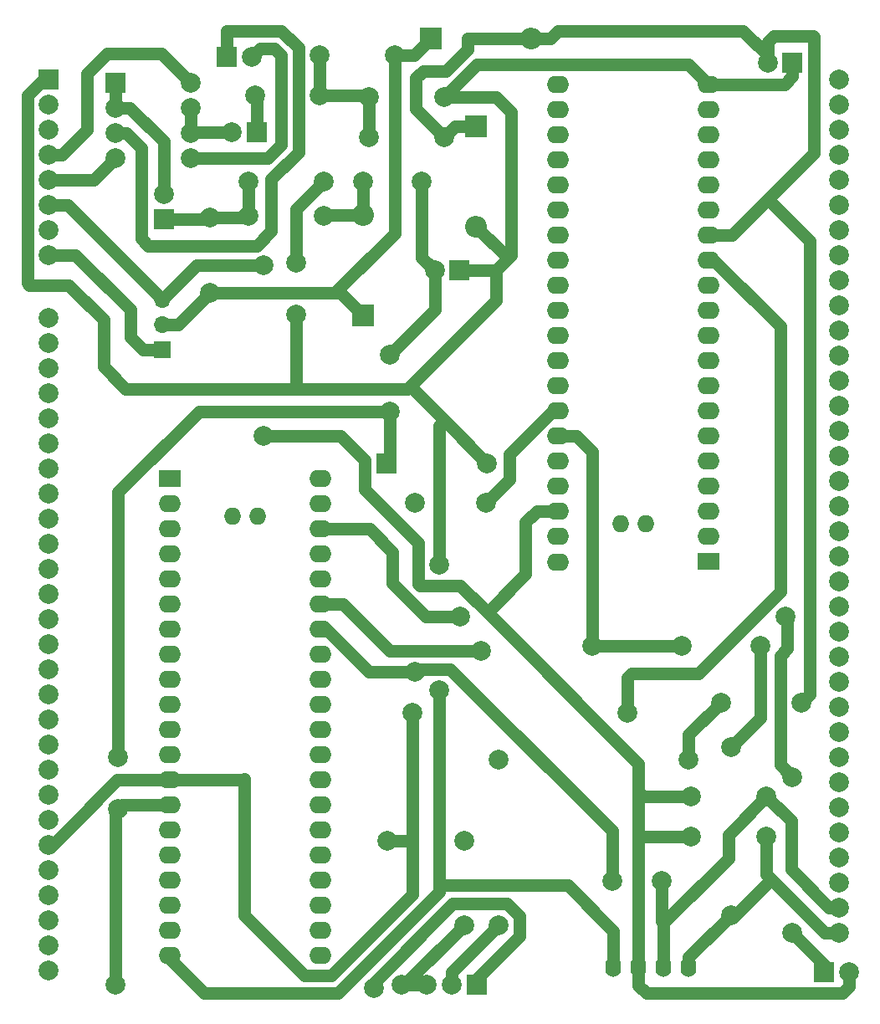
<source format=gbr>
%TF.GenerationSoftware,KiCad,Pcbnew,7.0.5-7.0.5~ubuntu20.04.1*%
%TF.CreationDate,2023-07-26T11:56:10-03:00*%
%TF.ProjectId,condicionamento_BIA_v01,636f6e64-6963-4696-9f6e-616d656e746f,v01*%
%TF.SameCoordinates,Original*%
%TF.FileFunction,Copper,L2,Bot*%
%TF.FilePolarity,Positive*%
%FSLAX46Y46*%
G04 Gerber Fmt 4.6, Leading zero omitted, Abs format (unit mm)*
G04 Created by KiCad (PCBNEW 7.0.5-7.0.5~ubuntu20.04.1) date 2023-07-26 11:56:10*
%MOMM*%
%LPD*%
G01*
G04 APERTURE LIST*
%TA.AperFunction,ComponentPad*%
%ADD10C,2.000000*%
%TD*%
%TA.AperFunction,ComponentPad*%
%ADD11O,1.600000X2.000000*%
%TD*%
%TA.AperFunction,ComponentPad*%
%ADD12R,2.200000X2.200000*%
%TD*%
%TA.AperFunction,ComponentPad*%
%ADD13O,2.200000X2.200000*%
%TD*%
%TA.AperFunction,ComponentPad*%
%ADD14R,2.000000X2.000000*%
%TD*%
%TA.AperFunction,ComponentPad*%
%ADD15R,2.250000X1.727200*%
%TD*%
%TA.AperFunction,ComponentPad*%
%ADD16O,2.250000X1.727200*%
%TD*%
%TA.AperFunction,ComponentPad*%
%ADD17O,1.727200X1.727200*%
%TD*%
%TA.AperFunction,ComponentPad*%
%ADD18R,1.700000X1.700000*%
%TD*%
%TA.AperFunction,ComponentPad*%
%ADD19O,1.700000X1.700000*%
%TD*%
%TA.AperFunction,ViaPad*%
%ADD20C,2.000000*%
%TD*%
%TA.AperFunction,Conductor*%
%ADD21C,1.270000*%
%TD*%
G04 APERTURE END LIST*
D10*
%TO.P,R5,1*%
%TO.N,n\u00F34*%
X126030000Y-56650000D03*
%TO.P,R5,2*%
%TO.N,Earth*%
X133650000Y-56650000D03*
%TD*%
D11*
%TO.P,Brd1,1,GND*%
%TO.N,Earth*%
X150780000Y-144700000D03*
%TO.P,Brd1,2,VCC*%
%TO.N,+5V*%
X153320000Y-144700000D03*
%TO.P,Brd1,3,SCL*%
%TO.N,SCL1*%
X155860000Y-144700000D03*
%TO.P,Brd1,4,SDA*%
%TO.N,SDA1*%
X158400000Y-144700000D03*
%TD*%
D10*
%TO.P,R2,1*%
%TO.N,n\u00F32*%
X113840000Y-65200000D03*
%TO.P,R2,2*%
%TO.N,Earth*%
X121460000Y-65200000D03*
%TD*%
%TO.P,R3,1*%
%TO.N,n\u00F32*%
X113840000Y-68700000D03*
%TO.P,R3,2*%
%TO.N,Amp_E1*%
X121460000Y-68700000D03*
%TD*%
D12*
%TO.P,D3,1,K*%
%TO.N,Vref*%
X132320000Y-50700000D03*
D13*
%TO.P,D3,2,A*%
%TO.N,Amp_E2*%
X142480000Y-50700000D03*
%TD*%
D14*
%TO.P,J6,1,Pin_1*%
%TO.N,Net-(J6-Pin_1)*%
X172125000Y-145200000D03*
D10*
%TO.P,J6,2,Pin_2*%
%TO.N,+5V*%
X174665000Y-145200000D03*
%TD*%
D12*
%TO.P,D4,1,K*%
%TO.N,Amp_E2*%
X136900000Y-59620000D03*
D13*
%TO.P,D4,2,A*%
%TO.N,Earth*%
X136900000Y-69780000D03*
%TD*%
D10*
%TO.P,J4,1,Pin_1*%
%TO.N,SINC*%
X173590000Y-54850000D03*
%TO.P,J4,2,Pin_2*%
%TO.N,SPI_COPI*%
X173590000Y-57390000D03*
%TO.P,J4,3,Pin_3*%
%TO.N,SPI_CIPO*%
X173590000Y-59930000D03*
%TO.P,J4,4,Pin_4*%
%TO.N,SPI_clk*%
X173590000Y-62470000D03*
%TO.P,J4,5,Pin_5*%
%TO.N,CS (AD9833)*%
X173590000Y-65010000D03*
%TO.P,J4,6,Pin_6*%
%TO.N,CS (X9c10x)*%
X173590000Y-67550000D03*
%TO.P,J4,7,Pin_7*%
%TO.N,unconnected-(J4-Pin_7-Pad7)*%
X173590000Y-70090000D03*
%TO.P,J4,8,Pin_8*%
%TO.N,unconnected-(J4-Pin_8-Pad8)*%
X173590000Y-72630000D03*
%TO.P,J4,9,Pin_9*%
%TO.N,unconnected-(J4-Pin_9-Pad9)*%
X173590000Y-75170000D03*
%TO.P,J4,10,Pin_10*%
%TO.N,unconnected-(J4-Pin_10-Pad10)*%
X173590000Y-77710000D03*
%TO.P,J4,11,Pin_11*%
%TO.N,unconnected-(J4-Pin_11-Pad11)*%
X173590000Y-80250000D03*
%TO.P,J4,12,Pin_12*%
%TO.N,unconnected-(J4-Pin_12-Pad12)*%
X173590000Y-82790000D03*
%TO.P,J4,13,Pin_13*%
%TO.N,unconnected-(J4-Pin_13-Pad13)*%
X173590000Y-85330000D03*
%TO.P,J4,14,Pin_14*%
%TO.N,unconnected-(J4-Pin_14-Pad14)*%
X173590000Y-87870000D03*
%TO.P,J4,15,Pin_15*%
%TO.N,unconnected-(J4-Pin_15-Pad15)*%
X173590000Y-90410000D03*
%TO.P,J4,16,Pin_16*%
%TO.N,unconnected-(J4-Pin_16-Pad16)*%
X173590000Y-92950000D03*
%TO.P,J4,17,Pin_17*%
%TO.N,unconnected-(J4-Pin_17-Pad17)*%
X173590000Y-95490000D03*
%TO.P,J4,18,Pin_18*%
%TO.N,unconnected-(J4-Pin_18-Pad18)*%
X173590000Y-98030000D03*
%TO.P,J4,19,Pin_19*%
%TO.N,unconnected-(J4-Pin_19-Pad19)*%
X173590000Y-100570000D03*
%TO.P,J4,20,Pin_20*%
%TO.N,unconnected-(J4-Pin_20-Pad20)*%
X173590000Y-103110000D03*
%TO.P,J4,21,Pin_21*%
%TO.N,unconnected-(J4-Pin_21-Pad21)*%
X173590000Y-105650000D03*
%TO.P,J4,22,Pin_22*%
%TO.N,unconnected-(J4-Pin_22-Pad22)*%
X173590000Y-108190000D03*
%TO.P,J4,23,Pin_23*%
%TO.N,unconnected-(J4-Pin_23-Pad23)*%
X173590000Y-110730000D03*
%TO.P,J4,24,Pin_24*%
%TO.N,unconnected-(J4-Pin_24-Pad24)*%
X173590000Y-113270000D03*
%TO.P,J4,25,Pin_25*%
%TO.N,unconnected-(J4-Pin_25-Pad25)*%
X173590000Y-115810000D03*
%TO.P,J4,26,Pin_26*%
%TO.N,unconnected-(J4-Pin_26-Pad26)*%
X173590000Y-118350000D03*
%TO.P,J4,27,Pin_27*%
%TO.N,unconnected-(J4-Pin_27-Pad27)*%
X173590000Y-120890000D03*
%TO.P,J4,28,Pin_28*%
%TO.N,unconnected-(J4-Pin_28-Pad28)*%
X173590000Y-123430000D03*
%TO.P,J4,29,Pin_29*%
%TO.N,unconnected-(J4-Pin_29-Pad29)*%
X173590000Y-125970000D03*
%TO.P,J4,30,Pin_30*%
%TO.N,SCL3*%
X173590000Y-128510000D03*
%TO.P,J4,31,Pin_31*%
%TO.N,SDA3*%
X173590000Y-131050000D03*
%TO.P,J4,32,Pin_32*%
%TO.N,SCL2*%
X173590000Y-133590000D03*
%TO.P,J4,33,Pin_33*%
%TO.N,SDA2*%
X173590000Y-136130000D03*
%TO.P,J4,34,Pin_34*%
%TO.N,SCL1*%
X173590000Y-138670000D03*
%TO.P,J4,35,Pin_35*%
%TO.N,SDA1*%
X173590000Y-141210000D03*
%TD*%
D14*
%TO.P,J7,1,Pin_1*%
%TO.N,E1*%
X111625000Y-52575000D03*
D10*
%TO.P,J7,2,Pin_2*%
%TO.N,E2*%
X114165000Y-52575000D03*
%TD*%
D12*
%TO.P,D1,1,K*%
%TO.N,Vref*%
X125400000Y-78780000D03*
D13*
%TO.P,D1,2,A*%
%TO.N,Amp_E1*%
X125400000Y-68620000D03*
%TD*%
D15*
%TO.P,U2,1,VBAT*%
%TO.N,unconnected-(U2-VBAT-Pad1)*%
X160400000Y-103640000D03*
D16*
%TO.P,U2,2,PC13_LED*%
%TO.N,unconnected-(U2-PC13_LED-Pad2)*%
X160400000Y-101100000D03*
%TO.P,U2,3,PC14*%
%TO.N,unconnected-(U2-PC14-Pad3)*%
X160400000Y-98560000D03*
%TO.P,U2,4,PC15*%
%TO.N,unconnected-(U2-PC15-Pad4)*%
X160400000Y-96020000D03*
%TO.P,U2,5,PA0*%
%TO.N,unconnected-(U2-PA0-Pad5)*%
X160400000Y-93480000D03*
%TO.P,U2,6,PA1*%
%TO.N,unconnected-(U2-PA1-Pad6)*%
X160400000Y-90940000D03*
%TO.P,U2,7,PA2_TX2*%
%TO.N,unconnected-(U2-PA2_TX2-Pad7)*%
X160400000Y-88400000D03*
%TO.P,U2,8,PA3_RX2*%
%TO.N,unconnected-(U2-PA3_RX2-Pad8)*%
X160400000Y-85860000D03*
%TO.P,U2,9,PA4*%
%TO.N,unconnected-(U2-PA4-Pad9)*%
X160400000Y-83320000D03*
%TO.P,U2,10,PA5_SCK1*%
%TO.N,unconnected-(U2-PA5_SCK1-Pad10)*%
X160400000Y-80780000D03*
%TO.P,U2,11,PA6_MISO1*%
%TO.N,unconnected-(U2-PA6_MISO1-Pad11)*%
X160400000Y-78240000D03*
%TO.P,U2,12,PA7_MOSI1*%
%TO.N,unconnected-(U2-PA7_MOSI1-Pad12)*%
X160400000Y-75700000D03*
%TO.P,U2,13,PB0*%
%TO.N,AmpI1*%
X160400000Y-73160000D03*
%TO.P,U2,14,PB1*%
%TO.N,Amp_E2*%
X160400000Y-70620000D03*
%TO.P,U2,15,PB10_SCL2*%
%TO.N,unconnected-(U2-PB10_SCL2-Pad15)*%
X160400000Y-68080000D03*
%TO.P,U2,16,PB11_SDA2*%
%TO.N,unconnected-(U2-PB11_SDA2-Pad16)*%
X160400000Y-65540000D03*
%TO.P,U2,17,NRST*%
%TO.N,unconnected-(U2-NRST-Pad17)*%
X160400000Y-63000000D03*
%TO.P,U2,18,VCC3V3*%
%TO.N,unconnected-(U2-VCC3V3-Pad18)*%
X160400000Y-60460000D03*
%TO.P,U2,19,GND*%
%TO.N,unconnected-(U2-GND-Pad19)*%
X160400000Y-57920000D03*
%TO.P,U2,20,GND*%
%TO.N,Earth*%
X160400000Y-55380000D03*
%TO.P,U2,21,PB12*%
%TO.N,unconnected-(U2-PB12-Pad21)*%
X145160000Y-55380000D03*
%TO.P,U2,22,PB13_SCK2*%
%TO.N,unconnected-(U2-PB13_SCK2-Pad22)*%
X145160000Y-57920000D03*
%TO.P,U2,23,PB14_MISO2*%
%TO.N,unconnected-(U2-PB14_MISO2-Pad23)*%
X145160000Y-60460000D03*
%TO.P,U2,24,PB15_MOSI2*%
%TO.N,unconnected-(U2-PB15_MOSI2-Pad24)*%
X145160000Y-63000000D03*
%TO.P,U2,25,PA8*%
%TO.N,unconnected-(U2-PA8-Pad25)*%
X145160000Y-65540000D03*
%TO.P,U2,26,PA9_TX1*%
%TO.N,unconnected-(U2-PA9_TX1-Pad26)*%
X145160000Y-68080000D03*
%TO.P,U2,27,PA10_RX1*%
%TO.N,unconnected-(U2-PA10_RX1-Pad27)*%
X145160000Y-70620000D03*
%TO.P,U2,28,PA11_USB_D-*%
%TO.N,unconnected-(U2-PA11_USB_D--Pad28)*%
X145160000Y-73160000D03*
%TO.P,U2,29,PA12_USBD+*%
%TO.N,unconnected-(U2-PA12_USBD+-Pad29)*%
X145160000Y-75700000D03*
%TO.P,U2,30,PA15*%
%TO.N,unconnected-(U2-PA15-Pad30)*%
X145160000Y-78240000D03*
%TO.P,U2,31,PB3*%
%TO.N,unconnected-(U2-PB3-Pad31)*%
X145160000Y-80780000D03*
%TO.P,U2,32,PB4*%
%TO.N,unconnected-(U2-PB4-Pad32)*%
X145160000Y-83320000D03*
%TO.P,U2,33,PB5*%
%TO.N,unconnected-(U2-PB5-Pad33)*%
X145160000Y-85860000D03*
%TO.P,U2,34,PB6_SCL1*%
%TO.N,SCL1*%
X145160000Y-88400000D03*
%TO.P,U2,35,PB7_SDA1*%
%TO.N,SDA1*%
X145160000Y-90940000D03*
%TO.P,U2,36,PB8*%
%TO.N,unconnected-(U2-PB8-Pad36)*%
X145160000Y-93480000D03*
%TO.P,U2,37,PB9*%
%TO.N,unconnected-(U2-PB9-Pad37)*%
X145160000Y-96020000D03*
%TO.P,U2,38,5V_USB*%
%TO.N,+5V*%
X145160000Y-98560000D03*
%TO.P,U2,39,GND*%
%TO.N,unconnected-(U2-GND-Pad39)*%
X145160000Y-101100000D03*
%TO.P,U2,40,VCC3V3*%
%TO.N,unconnected-(U2-VCC3V3-Pad40)*%
X145160000Y-103690800D03*
D17*
%TO.P,U2,41,PA14_SWCLK*%
%TO.N,unconnected-(U2-PA14_SWCLK-Pad41)*%
X151500000Y-99830000D03*
%TO.P,U2,42,PA13_SWDIO*%
%TO.N,unconnected-(U2-PA13_SWDIO-Pad42)*%
X154040000Y-99830000D03*
%TD*%
D10*
%TO.P,pullupsda1,1*%
%TO.N,SDA1*%
X166270000Y-131500000D03*
%TO.P,pullupsda1,2*%
%TO.N,+5V*%
X158650000Y-131500000D03*
%TD*%
%TO.P,C3,1*%
%TO.N,n\u00F33*%
X112150000Y-60200000D03*
D14*
%TO.P,C3,2*%
%TO.N,n\u00F34*%
X114650000Y-60200000D03*
%TD*%
%TO.P,J2,1,Pin_1*%
%TO.N,Earth*%
X93580000Y-54850000D03*
D10*
%TO.P,J2,2,Pin_2*%
%TO.N,VCC*%
X93580000Y-57390000D03*
%TO.P,J2,3,Pin_3*%
%TO.N,VEE*%
X93580000Y-59930000D03*
%TO.P,J2,4,Pin_4*%
%TO.N,+9V*%
X93580000Y-62470000D03*
%TO.P,J2,5,Pin_5*%
%TO.N,-9V*%
X93580000Y-65010000D03*
%TO.P,J2,6,Pin_6*%
%TO.N,+5V*%
X93580000Y-67550000D03*
%TO.P,J2,7,Pin_7*%
%TO.N,-5V*%
X93580000Y-70090000D03*
%TO.P,J2,8,Pin_8*%
%TO.N,+3.3V*%
X93580000Y-72630000D03*
%TD*%
%TO.P,J3,1,Pin_1*%
%TO.N,unconnected-(J3-Pin_1-Pad1)*%
X93580000Y-78980000D03*
%TO.P,J3,2,Pin_2*%
%TO.N,unconnected-(J3-Pin_2-Pad2)*%
X93580000Y-81520000D03*
%TO.P,J3,3,Pin_3*%
%TO.N,unconnected-(J3-Pin_3-Pad3)*%
X93580000Y-84060000D03*
%TO.P,J3,4,Pin_4*%
%TO.N,unconnected-(J3-Pin_4-Pad4)*%
X93580000Y-86600000D03*
%TO.P,J3,5,Pin_5*%
%TO.N,unconnected-(J3-Pin_5-Pad5)*%
X93580000Y-89140000D03*
%TO.P,J3,6,Pin_6*%
%TO.N,unconnected-(J3-Pin_6-Pad6)*%
X93580000Y-91680000D03*
%TO.P,J3,7,Pin_7*%
%TO.N,unconnected-(J3-Pin_7-Pad7)*%
X93580000Y-94220000D03*
%TO.P,J3,8,Pin_8*%
%TO.N,unconnected-(J3-Pin_8-Pad8)*%
X93580000Y-96760000D03*
%TO.P,J3,9,Pin_9*%
%TO.N,unconnected-(J3-Pin_9-Pad9)*%
X93580000Y-99300000D03*
%TO.P,J3,10,Pin_10*%
%TO.N,unconnected-(J3-Pin_10-Pad10)*%
X93580000Y-101840000D03*
%TO.P,J3,11,Pin_11*%
%TO.N,unconnected-(J3-Pin_11-Pad11)*%
X93580000Y-104380000D03*
%TO.P,J3,12,Pin_12*%
%TO.N,unconnected-(J3-Pin_12-Pad12)*%
X93580000Y-106920000D03*
%TO.P,J3,13,Pin_13*%
%TO.N,unconnected-(J3-Pin_13-Pad13)*%
X93580000Y-109460000D03*
%TO.P,J3,14,Pin_14*%
%TO.N,unconnected-(J3-Pin_14-Pad14)*%
X93580000Y-112000000D03*
%TO.P,J3,15,Pin_15*%
%TO.N,unconnected-(J3-Pin_15-Pad15)*%
X93580000Y-114540000D03*
%TO.P,J3,16,Pin_16*%
%TO.N,unconnected-(J3-Pin_16-Pad16)*%
X93580000Y-117080000D03*
%TO.P,J3,17,Pin_17*%
%TO.N,unconnected-(J3-Pin_17-Pad17)*%
X93580000Y-119620000D03*
%TO.P,J3,18,Pin_18*%
%TO.N,unconnected-(J3-Pin_18-Pad18)*%
X93580000Y-122160000D03*
%TO.P,J3,19,Pin_19*%
%TO.N,unconnected-(J3-Pin_19-Pad19)*%
X93580000Y-124700000D03*
%TO.P,J3,20,Pin_20*%
%TO.N,I1*%
X93580000Y-127240000D03*
%TO.P,J3,21,Pin_21*%
%TO.N,I2*%
X93580000Y-129780000D03*
%TO.P,J3,22,Pin_22*%
%TO.N,AmpI1*%
X93580000Y-132320000D03*
%TO.P,J3,23,Pin_23*%
%TO.N,AmpI2*%
X93580000Y-134860000D03*
%TO.P,J3,24,Pin_24*%
%TO.N,Sin1*%
X93580000Y-137400000D03*
%TO.P,J3,25,Pin_25*%
%TO.N,Sin2*%
X93580000Y-139940000D03*
%TO.P,J3,26,Pin_26*%
%TO.N,SinA*%
X93580000Y-142480000D03*
%TO.P,J3,27,Pin_27*%
%TO.N,SinB*%
X93580000Y-145020000D03*
%TD*%
D14*
%TO.P,J5,1,Pin_1*%
%TO.N,Amp_E1*%
X136950000Y-146500000D03*
D10*
%TO.P,J5,2,Pin_2*%
%TO.N,Amp_E2*%
X134410000Y-146500000D03*
%TO.P,J5,3,Pin_3*%
%TO.N,AmpI1*%
X131870000Y-146500000D03*
%TO.P,J5,4,Pin_4*%
X129330000Y-146500000D03*
%TD*%
D14*
%TO.P,U1,1,OUT1*%
%TO.N,n\u00F31*%
X100400000Y-55200000D03*
D10*
%TO.P,U1,2,-IN1*%
X100400000Y-57740000D03*
%TO.P,U1,3,+IN1*%
%TO.N,E1*%
X100400000Y-60280000D03*
%TO.P,U1,4,V-*%
%TO.N,-9V*%
X100400000Y-62820000D03*
%TO.P,U1,5,+IN2*%
%TO.N,E2*%
X108020000Y-62820000D03*
%TO.P,U1,6,-IN2*%
%TO.N,n\u00F33*%
X108020000Y-60280000D03*
%TO.P,U1,7,OUT2*%
X108020000Y-57740000D03*
%TO.P,U1,8,V+*%
%TO.N,+9V*%
X108020000Y-55200000D03*
%TD*%
%TO.P,R1,1*%
%TO.N,Vref*%
X109900000Y-76510000D03*
%TO.P,R1,2*%
%TO.N,n\u00F32*%
X109900000Y-68890000D03*
%TD*%
D14*
%TO.P,D2,1,K*%
%TO.N,Amp_E1*%
X127820000Y-93700000D03*
D10*
%TO.P,D2,2,A*%
%TO.N,Earth*%
X137980000Y-93700000D03*
%TD*%
D15*
%TO.P,U3,1,VBAT*%
%TO.N,unconnected-(U3-VBAT-Pad1)*%
X105900000Y-95289200D03*
D16*
%TO.P,U3,2,PC13_LED*%
%TO.N,unconnected-(U3-PC13_LED-Pad2)*%
X105900000Y-97829200D03*
%TO.P,U3,3,PC14*%
%TO.N,unconnected-(U3-PC14-Pad3)*%
X105900000Y-100369200D03*
%TO.P,U3,4,PC15*%
%TO.N,unconnected-(U3-PC15-Pad4)*%
X105900000Y-102909200D03*
%TO.P,U3,5,PA0*%
%TO.N,unconnected-(U3-PA0-Pad5)*%
X105900000Y-105449200D03*
%TO.P,U3,6,PA1*%
%TO.N,unconnected-(U3-PA1-Pad6)*%
X105900000Y-107989200D03*
%TO.P,U3,7,PA2_TX2*%
%TO.N,unconnected-(U3-PA2_TX2-Pad7)*%
X105900000Y-110529200D03*
%TO.P,U3,8,PA3_RX2*%
%TO.N,unconnected-(U3-PA3_RX2-Pad8)*%
X105900000Y-113069200D03*
%TO.P,U3,9,PA4*%
%TO.N,unconnected-(U3-PA4-Pad9)*%
X105900000Y-115609200D03*
%TO.P,U3,10,PA5_SCK1*%
%TO.N,unconnected-(U3-PA5_SCK1-Pad10)*%
X105900000Y-118149200D03*
%TO.P,U3,11,PA6_MISO1*%
%TO.N,unconnected-(U3-PA6_MISO1-Pad11)*%
X105900000Y-120689200D03*
%TO.P,U3,12,PA7_MOSI1*%
%TO.N,unconnected-(U3-PA7_MOSI1-Pad12)*%
X105900000Y-123229200D03*
%TO.P,U3,13,PB0*%
%TO.N,AmpI1*%
X105900000Y-125769200D03*
%TO.P,U3,14,PB1*%
%TO.N,Amp_E1*%
X105900000Y-128309200D03*
%TO.P,U3,15,PB10_SCL2*%
%TO.N,unconnected-(U3-PB10_SCL2-Pad15)*%
X105900000Y-130849200D03*
%TO.P,U3,16,PB11_SDA2*%
%TO.N,unconnected-(U3-PB11_SDA2-Pad16)*%
X105900000Y-133389200D03*
%TO.P,U3,17,NRST*%
%TO.N,unconnected-(U3-NRST-Pad17)*%
X105900000Y-135929200D03*
%TO.P,U3,18,VCC3V3*%
%TO.N,unconnected-(U3-VCC3V3-Pad18)*%
X105900000Y-138469200D03*
%TO.P,U3,19,GND*%
%TO.N,unconnected-(U3-GND-Pad19)*%
X105900000Y-141009200D03*
%TO.P,U3,20,GND*%
%TO.N,Earth*%
X105900000Y-143549200D03*
%TO.P,U3,21,PB12*%
%TO.N,unconnected-(U3-PB12-Pad21)*%
X121140000Y-143549200D03*
%TO.P,U3,22,PB13_SCK2*%
%TO.N,unconnected-(U3-PB13_SCK2-Pad22)*%
X121140000Y-141009200D03*
%TO.P,U3,23,PB14_MISO2*%
%TO.N,unconnected-(U3-PB14_MISO2-Pad23)*%
X121140000Y-138469200D03*
%TO.P,U3,24,PB15_MOSI2*%
%TO.N,unconnected-(U3-PB15_MOSI2-Pad24)*%
X121140000Y-135929200D03*
%TO.P,U3,25,PA8*%
%TO.N,unconnected-(U3-PA8-Pad25)*%
X121140000Y-133389200D03*
%TO.P,U3,26,PA9_TX1*%
%TO.N,unconnected-(U3-PA9_TX1-Pad26)*%
X121140000Y-130849200D03*
%TO.P,U3,27,PA10_RX1*%
%TO.N,unconnected-(U3-PA10_RX1-Pad27)*%
X121140000Y-128309200D03*
%TO.P,U3,28,PA11_USB_D-*%
%TO.N,unconnected-(U3-PA11_USB_D--Pad28)*%
X121140000Y-125769200D03*
%TO.P,U3,29,PA12_USBD+*%
%TO.N,unconnected-(U3-PA12_USBD+-Pad29)*%
X121140000Y-123229200D03*
%TO.P,U3,30,PA15*%
%TO.N,unconnected-(U3-PA15-Pad30)*%
X121140000Y-120689200D03*
%TO.P,U3,31,PB3*%
%TO.N,unconnected-(U3-PB3-Pad31)*%
X121140000Y-118149200D03*
%TO.P,U3,32,PB4*%
%TO.N,unconnected-(U3-PB4-Pad32)*%
X121140000Y-115609200D03*
%TO.P,U3,33,PB5*%
%TO.N,unconnected-(U3-PB5-Pad33)*%
X121140000Y-113069200D03*
%TO.P,U3,34,PB6_SCL1*%
%TO.N,SCL1*%
X121140000Y-110529200D03*
%TO.P,U3,35,PB7_SDA1*%
%TO.N,SDA1*%
X121140000Y-107989200D03*
%TO.P,U3,36,PB8*%
%TO.N,unconnected-(U3-PB8-Pad36)*%
X121140000Y-105449200D03*
%TO.P,U3,37,PB9*%
%TO.N,unconnected-(U3-PB9-Pad37)*%
X121140000Y-102909200D03*
%TO.P,U3,38,5V_USB*%
%TO.N,Net-(J6-Pin_1)*%
X121140000Y-100369200D03*
%TO.P,U3,39,GND*%
%TO.N,unconnected-(U3-GND-Pad39)*%
X121140000Y-97829200D03*
%TO.P,U3,40,VCC3V3*%
%TO.N,unconnected-(U3-VCC3V3-Pad40)*%
X121140000Y-95238400D03*
D17*
%TO.P,U3,41,PA14_SWCLK*%
%TO.N,unconnected-(U3-PA14_SWCLK-Pad41)*%
X114800000Y-99099200D03*
%TO.P,U3,42,PA13_SWDIO*%
%TO.N,unconnected-(U3-PA13_SWDIO-Pad42)*%
X112260000Y-99099200D03*
%TD*%
D10*
%TO.P,R6,1*%
%TO.N,n\u00F34*%
X126030000Y-60700000D03*
%TO.P,R6,2*%
%TO.N,Amp_E2*%
X133650000Y-60700000D03*
%TD*%
D18*
%TO.P,J1,1,Pin_1*%
%TO.N,+3.3V*%
X105150000Y-82200000D03*
D19*
%TO.P,J1,2,Pin_2*%
%TO.N,Vref*%
X105150000Y-79660000D03*
%TO.P,J1,3,Pin_3*%
%TO.N,+5V*%
X105150000Y-77120000D03*
%TD*%
D10*
%TO.P,pullupscl1,1*%
%TO.N,SCL1*%
X166270000Y-127450000D03*
%TO.P,pullupscl1,2*%
%TO.N,+5V*%
X158650000Y-127450000D03*
%TD*%
%TO.P,R4,1*%
%TO.N,Vref*%
X128650000Y-52450000D03*
%TO.P,R4,2*%
%TO.N,n\u00F34*%
X121030000Y-52450000D03*
%TD*%
%TO.P,C4,1*%
%TO.N,Amp_E2*%
X166400000Y-53200000D03*
D14*
%TO.P,C4,2*%
%TO.N,Earth*%
X168900000Y-53200000D03*
%TD*%
D10*
%TO.P,C2,1*%
%TO.N,Amp_E1*%
X132694888Y-74200000D03*
D14*
%TO.P,C2,2*%
%TO.N,Earth*%
X135194888Y-74200000D03*
%TD*%
D10*
%TO.P,C1,1*%
%TO.N,n\u00F31*%
X105250000Y-66494888D03*
D14*
%TO.P,C1,2*%
%TO.N,n\u00F32*%
X105250000Y-68994888D03*
%TD*%
D20*
%TO.N,+5V*%
X115400000Y-90950000D03*
X115400000Y-73700000D03*
%TO.N,Earth*%
X133150000Y-116700000D03*
X133150000Y-103950000D03*
X118650000Y-78700000D03*
X118650000Y-73450000D03*
%TO.N,SCL1*%
X150650000Y-135950000D03*
X137900000Y-97700000D03*
X130650000Y-114834500D03*
X130650000Y-97700000D03*
X155650000Y-135950000D03*
%TO.N,SDA1*%
X162650000Y-122450000D03*
X157650000Y-112200000D03*
X137400000Y-112700000D03*
X165650000Y-112200000D03*
X162650000Y-139450000D03*
X148650000Y-112200000D03*
%TO.N,Amp_E1*%
X131400000Y-65200000D03*
X100400000Y-146450000D03*
X125400000Y-65200000D03*
X128150000Y-82700000D03*
X100650000Y-123450000D03*
X100659320Y-128709320D03*
X128150000Y-88450000D03*
X126499423Y-146799422D03*
%TO.N,n\u00F34*%
X114515500Y-56450000D03*
X121034500Y-56450000D03*
%TO.N,Amp_E2*%
X139150000Y-123700000D03*
X169784500Y-117950000D03*
X158400000Y-123700000D03*
X161650000Y-117950000D03*
X139150000Y-140450000D03*
%TO.N,AmpI1*%
X152150000Y-118950000D03*
X135650000Y-140450000D03*
X135650000Y-131950000D03*
X127900000Y-131950000D03*
X130400000Y-118950000D03*
%TO.N,Net-(J6-Pin_1)*%
X168900000Y-125450000D03*
X168900000Y-141200000D03*
X135284500Y-109200000D03*
X168159320Y-109209320D03*
%TD*%
D21*
%TO.N,Amp_E1*%
X136950000Y-146500000D02*
X136950000Y-145900000D01*
X136950000Y-145900000D02*
X141285000Y-141565000D01*
%TO.N,Amp_E2*%
X134410000Y-146500000D02*
X134410000Y-145190000D01*
X134410000Y-145190000D02*
X139150000Y-140450000D01*
%TO.N,AmpI1*%
X129330000Y-146500000D02*
X129600000Y-146500000D01*
X129600000Y-146500000D02*
X135650000Y-140450000D01*
X131870000Y-146500000D02*
X129330000Y-146500000D01*
%TO.N,E2*%
X108020000Y-62820000D02*
X115776842Y-62820000D01*
X115776842Y-62820000D02*
X117125000Y-61471842D01*
X117125000Y-61471842D02*
X117125000Y-52428158D01*
X117125000Y-52428158D02*
X116441842Y-51745000D01*
X116441842Y-51745000D02*
X114995000Y-51745000D01*
X114995000Y-51745000D02*
X114165000Y-52575000D01*
%TO.N,Amp_E2*%
X133650000Y-60700000D02*
X130750000Y-57800000D01*
X131500000Y-54000000D02*
X133796842Y-54000000D01*
X136000000Y-50750000D02*
X136050000Y-50700000D01*
X130750000Y-57800000D02*
X130750000Y-54750000D01*
X130750000Y-54750000D02*
X131500000Y-54000000D01*
X133796842Y-54000000D02*
X136000000Y-51796842D01*
X136000000Y-51796842D02*
X136000000Y-50750000D01*
X136050000Y-50700000D02*
X142480000Y-50700000D01*
X171035000Y-62315000D02*
X166400000Y-66950000D01*
X171035000Y-50535000D02*
X171035000Y-62315000D01*
X170956748Y-50456748D02*
X171035000Y-50535000D01*
X167043252Y-50456748D02*
X170956748Y-50456748D01*
X166400000Y-51100000D02*
X167043252Y-50456748D01*
X166400000Y-53200000D02*
X166400000Y-51100000D01*
%TO.N,SCL1*%
X166270000Y-127450000D02*
X168750000Y-129930000D01*
X168750000Y-129930000D02*
X168750000Y-134800000D01*
X168750000Y-134800000D02*
X172620000Y-138670000D01*
X172620000Y-138670000D02*
X173590000Y-138670000D01*
%TO.N,+5V*%
X174665000Y-145200000D02*
X174665000Y-146630000D01*
X173930200Y-147364800D02*
X154114800Y-147364800D01*
X174665000Y-146630000D02*
X173930200Y-147364800D01*
X154114800Y-147364800D02*
X153320000Y-146570000D01*
X153320000Y-146570000D02*
X153320000Y-144700000D01*
%TO.N,E1*%
X100400000Y-60280000D02*
X101477630Y-60280000D01*
X101477630Y-60280000D02*
X103000000Y-61802370D01*
X103000000Y-61802370D02*
X103000000Y-71000000D01*
X118895000Y-51695000D02*
X117175000Y-49975000D01*
X103000000Y-71000000D02*
X103700000Y-71700000D01*
X103700000Y-71700000D02*
X114650000Y-71700000D01*
X114650000Y-71700000D02*
X116150000Y-70200000D01*
X117175000Y-49975000D02*
X111625000Y-49975000D01*
X111625000Y-49975000D02*
X111625000Y-52575000D01*
X116150000Y-70200000D02*
X116150000Y-64950000D01*
X116150000Y-64950000D02*
X118895000Y-62205000D01*
X118895000Y-62205000D02*
X118895000Y-51695000D01*
%TO.N,n\u00F32*%
X105250000Y-68994888D02*
X109795112Y-68994888D01*
X109795112Y-68994888D02*
X109900000Y-68890000D01*
%TO.N,n\u00F31*%
X105250000Y-66494888D02*
X105250000Y-61175787D01*
X105250000Y-61175787D02*
X101814213Y-57740000D01*
X101814213Y-57740000D02*
X100400000Y-57740000D01*
%TO.N,+9V*%
X93580000Y-62470000D02*
X94994213Y-62470000D01*
X94994213Y-62470000D02*
X97500000Y-59964213D01*
X97500000Y-59964213D02*
X97500000Y-54306000D01*
X97500000Y-54306000D02*
X99556000Y-52250000D01*
X99556000Y-52250000D02*
X105070000Y-52250000D01*
X105070000Y-52250000D02*
X108020000Y-55200000D01*
%TO.N,-9V*%
X93580000Y-65010000D02*
X98210000Y-65010000D01*
X98210000Y-65010000D02*
X100400000Y-62820000D01*
%TO.N,+5V*%
X153320000Y-126950000D02*
X153320000Y-131700000D01*
X105150000Y-77120000D02*
X108570000Y-73700000D01*
X115400000Y-90950000D02*
X123150000Y-90950000D01*
X153520000Y-131500000D02*
X153320000Y-131700000D01*
X105150000Y-77120000D02*
X95580000Y-67550000D01*
X138025000Y-108825000D02*
X153320000Y-124120000D01*
X138025000Y-108825000D02*
X141900000Y-104950000D01*
X158650000Y-131500000D02*
X153520000Y-131500000D01*
X158650000Y-127450000D02*
X153820000Y-127450000D01*
X131015000Y-105950000D02*
X131150000Y-106085000D01*
X125585000Y-96385000D02*
X131015000Y-101815000D01*
X125585000Y-93385000D02*
X125585000Y-96385000D01*
X153320000Y-124120000D02*
X153320000Y-126950000D01*
X123150000Y-90950000D02*
X125585000Y-93385000D01*
X143040000Y-98560000D02*
X145160000Y-98560000D01*
X141900000Y-104950000D02*
X141900000Y-99700000D01*
X131015000Y-101815000D02*
X131015000Y-105950000D01*
X131150000Y-106085000D02*
X135285000Y-106085000D01*
X145020000Y-98700000D02*
X145160000Y-98560000D01*
X153820000Y-127450000D02*
X153320000Y-126950000D01*
X95580000Y-67550000D02*
X93580000Y-67550000D01*
X135285000Y-106085000D02*
X138025000Y-108825000D01*
X141900000Y-99700000D02*
X143040000Y-98560000D01*
X153320000Y-144700000D02*
X153320000Y-131700000D01*
X108570000Y-73700000D02*
X115400000Y-73700000D01*
%TO.N,+3.3V*%
X101900000Y-78200000D02*
X96330000Y-72630000D01*
X103150000Y-82200000D02*
X101900000Y-80950000D01*
X105150000Y-82200000D02*
X103150000Y-82200000D01*
X101900000Y-80950000D02*
X101900000Y-78200000D01*
X96330000Y-72630000D02*
X93580000Y-72630000D01*
%TO.N,Earth*%
X140400000Y-72700000D02*
X140400000Y-58150000D01*
X138900000Y-74200000D02*
X140400000Y-72700000D01*
X91650000Y-75700000D02*
X95650000Y-75700000D01*
X138900000Y-77200000D02*
X138900000Y-74200000D01*
X118650000Y-86200000D02*
X129900000Y-86200000D01*
X91445000Y-75495000D02*
X91650000Y-75700000D01*
X137980000Y-93700000D02*
X133690000Y-89410000D01*
X133150000Y-136450000D02*
X133150000Y-137130205D01*
X168900000Y-54570000D02*
X168900000Y-53200000D01*
X133150000Y-137130205D02*
X122915405Y-147364800D01*
X138900000Y-56650000D02*
X133650000Y-56650000D01*
X93580000Y-54850000D02*
X93100654Y-54850000D01*
X133150000Y-136450000D02*
X146150000Y-136450000D01*
X99150000Y-79200000D02*
X99150000Y-81700000D01*
X133690000Y-89410000D02*
X130230000Y-85950000D01*
X129900000Y-86200000D02*
X130150000Y-85950000D01*
X118650000Y-68010000D02*
X118650000Y-73450000D01*
X118650000Y-78700000D02*
X118650000Y-86200000D01*
X121460000Y-65200000D02*
X118650000Y-68010000D01*
X95900000Y-75950000D02*
X99150000Y-79200000D01*
X130230000Y-85950000D02*
X130150000Y-85950000D01*
X136918600Y-53381400D02*
X158401400Y-53381400D01*
X139820000Y-72700000D02*
X140400000Y-72700000D01*
X133650000Y-56650000D02*
X136918600Y-53381400D01*
X133150000Y-103950000D02*
X133150000Y-89950000D01*
X135400000Y-80700000D02*
X138900000Y-77200000D01*
X91445000Y-56505654D02*
X91445000Y-75495000D01*
X133150000Y-89950000D02*
X133690000Y-89410000D01*
X130150000Y-85950000D02*
X135400000Y-80700000D01*
X93100654Y-54850000D02*
X91445000Y-56505654D01*
X135194888Y-74200000D02*
X138900000Y-74200000D01*
X168090000Y-55380000D02*
X168900000Y-54570000D01*
X158401400Y-53381400D02*
X160400000Y-55380000D01*
X95650000Y-75700000D02*
X95900000Y-75950000D01*
X101400000Y-86200000D02*
X118650000Y-86200000D01*
X99150000Y-81700000D02*
X99150000Y-83950000D01*
X150780000Y-144700000D02*
X150780000Y-141080000D01*
X136900000Y-69780000D02*
X139820000Y-72700000D01*
X140400000Y-58150000D02*
X138900000Y-56650000D01*
X133150000Y-116700000D02*
X133150000Y-136450000D01*
X99150000Y-83950000D02*
X101400000Y-86200000D01*
X109364800Y-147364800D02*
X105900000Y-143900000D01*
X160400000Y-55380000D02*
X168090000Y-55380000D01*
X146150000Y-136450000D02*
X150780000Y-141080000D01*
X122915405Y-147364800D02*
X109364800Y-147364800D01*
%TO.N,SCL1*%
X126034500Y-114834500D02*
X121729200Y-110529200D01*
X130650000Y-114834500D02*
X130919500Y-114565000D01*
X155650000Y-135950000D02*
X155650000Y-140030000D01*
X144612153Y-88400000D02*
X140215000Y-92797153D01*
X140215000Y-92797153D02*
X140215000Y-95385000D01*
X162400000Y-133700000D02*
X162400000Y-131320000D01*
X150650000Y-130950000D02*
X150650000Y-135950000D01*
X140215000Y-95385000D02*
X137900000Y-97700000D01*
X155860000Y-144700000D02*
X155860000Y-140240000D01*
X162400000Y-131320000D02*
X166270000Y-127450000D01*
X134265000Y-114565000D02*
X150650000Y-130950000D01*
X155650000Y-140030000D02*
X155860000Y-140240000D01*
X130650000Y-114834500D02*
X126034500Y-114834500D01*
X155860000Y-140240000D02*
X162400000Y-133700000D01*
X145160000Y-88400000D02*
X144612153Y-88400000D01*
X130919500Y-114565000D02*
X134265000Y-114565000D01*
X121729200Y-110529200D02*
X121140000Y-110529200D01*
%TO.N,SDA1*%
X128150000Y-112700000D02*
X137400000Y-112700000D01*
X158400000Y-144700000D02*
X158400000Y-143700000D01*
X166782894Y-135817106D02*
X163150000Y-139450000D01*
X158400000Y-143700000D02*
X162650000Y-139450000D01*
X147032200Y-90940000D02*
X145160000Y-90940000D01*
X166270000Y-131500000D02*
X166270000Y-135304213D01*
X165650000Y-112200000D02*
X165650000Y-119450000D01*
X165650000Y-119450000D02*
X162650000Y-122450000D01*
X123439200Y-107989200D02*
X128150000Y-112700000D01*
X166782894Y-135817106D02*
X172175787Y-141210000D01*
X148650000Y-112200000D02*
X157650000Y-112200000D01*
X166270000Y-135304213D02*
X166782894Y-135817106D01*
X148650000Y-92557800D02*
X147032200Y-90940000D01*
X121140000Y-107989200D02*
X123439200Y-107989200D01*
X172175787Y-141210000D02*
X173590000Y-141210000D01*
X148650000Y-112200000D02*
X148650000Y-92557800D01*
X163150000Y-139450000D02*
X162650000Y-139450000D01*
%TO.N,n\u00F31*%
X100400000Y-57740000D02*
X100400000Y-55200000D01*
%TO.N,n\u00F32*%
X113840000Y-68700000D02*
X113840000Y-65200000D01*
X109900000Y-68890000D02*
X113650000Y-68890000D01*
X113650000Y-68890000D02*
X113840000Y-68700000D01*
%TO.N,Amp_E1*%
X134468363Y-138315000D02*
X140034346Y-138315000D01*
X108831400Y-88450000D02*
X128150000Y-88450000D01*
X125400000Y-68620000D02*
X121540000Y-68620000D01*
X125400000Y-68620000D02*
X125400000Y-65200000D01*
X100659320Y-128709320D02*
X100400000Y-128968640D01*
X121540000Y-68620000D02*
X121460000Y-68700000D01*
X128150000Y-88450000D02*
X128150000Y-93370000D01*
X100650000Y-96631400D02*
X108831400Y-88450000D01*
X131400000Y-72905112D02*
X132694888Y-74200000D01*
X126499423Y-146799422D02*
X126499423Y-146283940D01*
X131400000Y-65200000D02*
X131400000Y-72905112D01*
X140034346Y-138315000D02*
X141285000Y-139565654D01*
X100690000Y-128660000D02*
X100650000Y-128700000D01*
X100650000Y-128700000D02*
X100659320Y-128709320D01*
X132694888Y-78155112D02*
X128150000Y-82700000D01*
X100650000Y-123450000D02*
X100650000Y-96631400D01*
X101059440Y-128309200D02*
X100659320Y-128709320D01*
X100400000Y-128968640D02*
X100400000Y-146450000D01*
X132694888Y-74200000D02*
X132694888Y-78155112D01*
X126499423Y-146283940D02*
X134468363Y-138315000D01*
X141285000Y-139565654D02*
X141285000Y-141565000D01*
X105900000Y-128309200D02*
X101059440Y-128309200D01*
X128150000Y-93370000D02*
X127820000Y-93700000D01*
%TO.N,n\u00F33*%
X112150000Y-60200000D02*
X108100000Y-60200000D01*
X108100000Y-60200000D02*
X108020000Y-60280000D01*
X108020000Y-57740000D02*
X108020000Y-60280000D01*
%TO.N,n\u00F34*%
X125830000Y-56450000D02*
X126030000Y-56650000D01*
X121034500Y-52454500D02*
X121030000Y-52450000D01*
X114650000Y-56450000D02*
X114515500Y-56450000D01*
X121034500Y-56450000D02*
X121034500Y-52454500D01*
X114650000Y-60200000D02*
X114650000Y-56450000D01*
X121034500Y-56450000D02*
X125830000Y-56450000D01*
X126030000Y-56650000D02*
X126030000Y-60700000D01*
%TO.N,Amp_E2*%
X166400000Y-53200000D02*
X166400000Y-52450000D01*
X169784500Y-117950000D02*
X170650000Y-117084500D01*
X166400000Y-66950000D02*
X162730000Y-70620000D01*
X163900000Y-49950000D02*
X145150000Y-49950000D01*
X134730000Y-59620000D02*
X133650000Y-60700000D01*
X170650000Y-71200000D02*
X166400000Y-66950000D01*
X170650000Y-117084500D02*
X170650000Y-71200000D01*
X136900000Y-59620000D02*
X134730000Y-59620000D01*
X145150000Y-49950000D02*
X144400000Y-50700000D01*
X166400000Y-52450000D02*
X163900000Y-49950000D01*
X162730000Y-70620000D02*
X160400000Y-70620000D01*
X144400000Y-50700000D02*
X142480000Y-50700000D01*
X158400000Y-123700000D02*
X158400000Y-121200000D01*
X158400000Y-121200000D02*
X161650000Y-117950000D01*
%TO.N,Vref*%
X109900000Y-76510000D02*
X122400000Y-76510000D01*
X106750000Y-79660000D02*
X109900000Y-76510000D01*
X123130000Y-76510000D02*
X125400000Y-78780000D01*
X122590000Y-76510000D02*
X128650000Y-70450000D01*
X128650000Y-70450000D02*
X128650000Y-52450000D01*
X122400000Y-76510000D02*
X123130000Y-76510000D01*
X130570000Y-52450000D02*
X132320000Y-50700000D01*
X128650000Y-52450000D02*
X130570000Y-52450000D01*
X105150000Y-79660000D02*
X106750000Y-79660000D01*
X122400000Y-76510000D02*
X122590000Y-76510000D01*
%TO.N,AmpI1*%
X127900000Y-131950000D02*
X130400000Y-131950000D01*
X113330800Y-125769200D02*
X105900000Y-125769200D01*
X130400000Y-131950000D02*
X130400000Y-137377047D01*
X130400000Y-137377047D02*
X122182247Y-145594800D01*
X94059346Y-132320000D02*
X93580000Y-132320000D01*
X95715000Y-130635000D02*
X95715000Y-130664346D01*
X122182247Y-145594800D02*
X119544800Y-145594800D01*
X152150000Y-118950000D02*
X152150000Y-115450000D01*
X119544800Y-145594800D02*
X113400000Y-139450000D01*
X100580800Y-125769200D02*
X95715000Y-130635000D01*
X167650000Y-106700000D02*
X159400000Y-114950000D01*
X160947847Y-73160000D02*
X167650000Y-79862153D01*
X113400000Y-139450000D02*
X113400000Y-125700000D01*
X160400000Y-73160000D02*
X160947847Y-73160000D01*
X105900000Y-125769200D02*
X100580800Y-125769200D01*
X113400000Y-125700000D02*
X113330800Y-125769200D01*
X159400000Y-114950000D02*
X152650000Y-114950000D01*
X152150000Y-115450000D02*
X152650000Y-114950000D01*
X167650000Y-79862153D02*
X167650000Y-106700000D01*
X95715000Y-130664346D02*
X94059346Y-132320000D01*
X130400000Y-118950000D02*
X130400000Y-131950000D01*
%TO.N,Net-(J6-Pin_1)*%
X126069200Y-100369200D02*
X128400000Y-102700000D01*
X128400000Y-102700000D02*
X128400000Y-105838158D01*
X128400000Y-105838158D02*
X131761842Y-109200000D01*
X121140000Y-100369200D02*
X126069200Y-100369200D01*
X131761842Y-109200000D02*
X135284500Y-109200000D01*
X168400000Y-112469346D02*
X168400000Y-109450000D01*
X168400000Y-109450000D02*
X168159320Y-109209320D01*
X172125000Y-145200000D02*
X172125000Y-144425000D01*
X167650000Y-113219346D02*
X168400000Y-112469346D01*
X172125000Y-144425000D02*
X168900000Y-141200000D01*
X168900000Y-125450000D02*
X167650000Y-124200000D01*
X167650000Y-124200000D02*
X167650000Y-113219346D01*
%TO.N,E1*%
X111625000Y-52842214D02*
X111625000Y-52575000D01*
%TD*%
M02*

</source>
